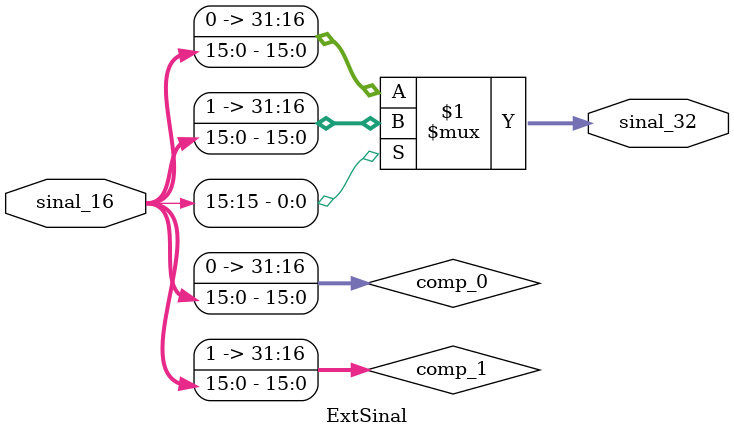
<source format=v>
module ExtSinal(sinal_16,sinal_32);
input [15:0] sinal_16;
output wire [31:0] sinal_32;
wire [31:0] comp_1, comp_0; // completa com 1's e completa com 0's (32 bits)
assign comp_1 = {16'hffff,sinal_16};
assign comp_0 = {16'h0000,sinal_16};
assign sinal_32 = (sinal_16[15]) ? comp_1 : comp_0; // analisa e extende o sinal dependendo de signal[15], o ultimo bit 
endmodule

</source>
